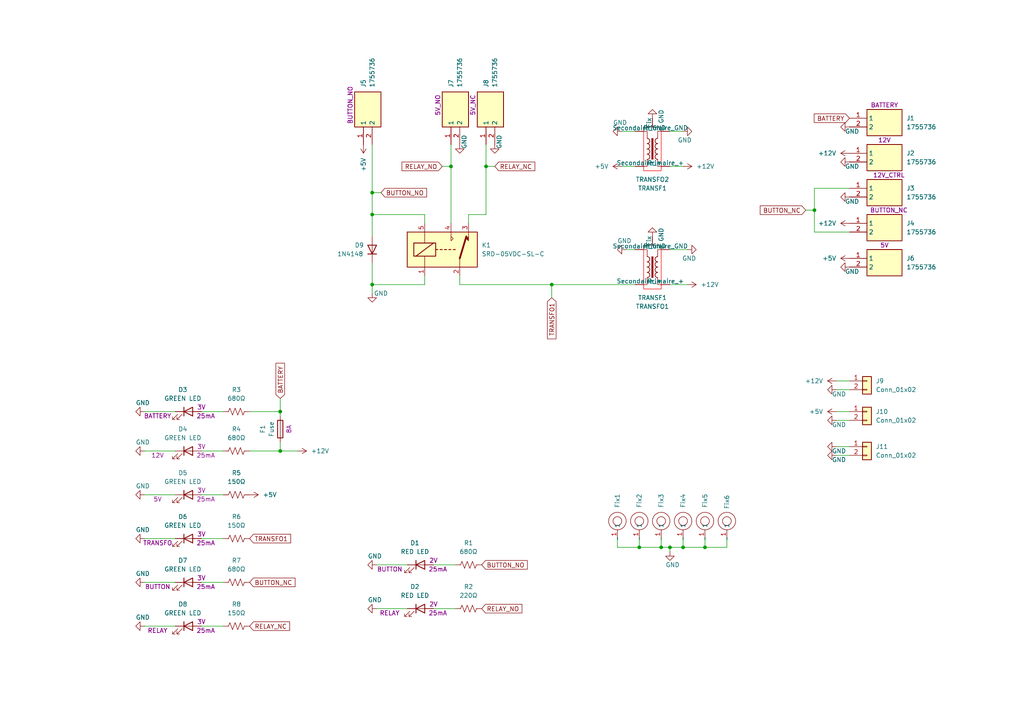
<source format=kicad_sch>
(kicad_sch (version 20230121) (generator eeschema)
  (paper "A4")
  (title_block (title "Carte de puissance") (date "2023-11-30") (rev "1.1") (company "Modelec"))
  (lib_symbols
    (symbol "Connector_Generic:Conn_01x02" (pin_names (offset 1.016) hide)
      (property "Reference" "J" (at 0 2.54 0))
      (property "Value" "Conn_01x02" (at 0 -5.08 0))
      (symbol "Conn_01x02_1_1"
        (rectangle (start -1.27 -2.413) (end 0 -2.667) (stroke (width 0.1524)))
        (rectangle (start -1.27 0.127) (end 0 -0.127) (stroke (width 0.1524)))
        (rectangle (start -1.27 1.27) (end 1.27 -3.81) (stroke (width 0.254)) (fill (type background)))
        (pin passive line (at -5.08 0 0) (length 3.81) (name "Pin_1") (number "1"))
        (pin passive line (at -5.08 -2.54 0) (length 3.81) (name "Pin_2") (number "2"))
      )
    )
    (symbol "Device:Fuse" (pin_numbers hide) (pin_names (offset 0))
      (property "Reference" "F" (at 2.032 0 90))
      (property "Value" "Fuse" (at -1.905 0 90))
      (symbol "Fuse_0_1"
        (rectangle (start -0.762 -2.54) (end 0.762 2.54) (stroke (width 0.254)))
        (polyline (pts (xy 0 2.54) (xy 0 -2.54)))
      )
      (symbol "Fuse_1_1"
        (pin passive line (at 0 3.81 270) (length 1.27) (name "~") (number "1"))
        (pin passive line (at 0 -3.81 90) (length 1.27) (name "~") (number "2"))
      )
    )
    (symbol "Device:LED" (pin_numbers hide) (pin_names (offset 1.016) hide)
      (property "Reference" "D" (at 0 2.54 0))
      (property "Value" "LED" (at 0 -2.54 0))
      (symbol "LED_0_1"
        (polyline (pts (xy -1.27 -1.27) (xy -1.27 1.27)) (stroke (width 0.254)))
        (polyline (pts (xy -1.27 0) (xy 1.27 0)))
        (polyline (pts (xy 1.27 -1.27) (xy 1.27 1.27) (xy -1.27 0) (xy 1.27 -1.27)) (stroke (width 0.254)))
        (polyline (pts (xy -3.048 -0.762) (xy -4.572 -2.286) (xy -3.81 -2.286) (xy -4.572 -2.286) (xy -4.572 -1.524)))
        (polyline (pts (xy -1.778 -0.762) (xy -3.302 -2.286) (xy -2.54 -2.286) (xy -3.302 -2.286) (xy -3.302 -1.524)))
      )
      (symbol "LED_1_1"
        (pin passive line (at -3.81 0 0) (length 2.54) (name "K") (number "1"))
        (pin passive line (at 3.81 0 180) (length 2.54) (name "A") (number "2"))
      )
    )
    (symbol "Device:R_US" (pin_numbers hide) (pin_names (offset 0))
      (property "Reference" "R" (at 2.54 0 90))
      (property "Value" "R_US" (at -2.54 0 90))
      (symbol "R_US_0_1"
        (polyline (pts (xy 0 -2.286) (xy 0 -2.54)))
        (polyline (pts (xy 0 2.286) (xy 0 2.54)))
        (polyline (pts (xy 0 -0.762) (xy 1.016 -1.143) (xy 0 -1.524) (xy -1.016 -1.905) (xy 0 -2.286)))
        (polyline (pts (xy 0 0.762) (xy 1.016 0.381) (xy 0 0) (xy -1.016 -0.381) (xy 0 -0.762)))
        (polyline (pts (xy 0 2.286) (xy 1.016 1.905) (xy 0 1.524) (xy -1.016 1.143) (xy 0 0.762)))
      )
      (symbol "R_US_1_1"
        (pin passive line (at 0 3.81 270) (length 1.27) (name "~") (number "1"))
        (pin passive line (at 0 -3.81 90) (length 1.27) (name "~") (number "2"))
      )
    )
    (symbol "Diode:1N4148" (pin_numbers hide) (pin_names hide)
      (property "Reference" "D" (at 0 2.54 0))
      (property "Value" "1N4148" (at 0 -2.54 0))
      (symbol "1N4148_0_1"
        (polyline (pts (xy -1.27 1.27) (xy -1.27 -1.27)) (stroke (width 0.254)))
        (polyline (pts (xy 1.27 0) (xy -1.27 0)))
        (polyline (pts (xy 1.27 1.27) (xy 1.27 -1.27) (xy -1.27 0) (xy 1.27 1.27)) (stroke (width 0.254)))
      )
      (symbol "1N4148_1_1"
        (pin passive line (at -3.81 0 0) (length 2.54) (name "K") (number "1"))
        (pin passive line (at 3.81 0 180) (length 2.54) (name "A") (number "2"))
      )
    )
    (symbol "New_Library:1755736"
      (property "Reference" "J" (at 16.51 7.62 0))
      (property "Value" "1755736" (at 16.51 5.08 0))
      (symbol "1755736_1_1"
        (rectangle (start 5.08 2.54) (end 15.24 -5.08) (stroke (width 0.254)) (fill (type background)))
        (pin passive line (at 0 0 0) (length 5.08) (name "1") (number "1"))
        (pin passive line (at 0 -2.54 0) (length 5.08) (name "2") (number "2"))
      )
    )
    (symbol "New_Library:FIX3.2P7.5"
      (property "Reference" "Fix" (at 0 -2.54 0))
      (symbol "FIX3.2P7.5_0_1"
        (circle (center 5.08 0) (radius 1.27))
        (circle (center 5.08 0) (radius 2.54))
      )
      (symbol "FIX3.2P7.5_1_1"
        (pin passive line (at 0 0 0) (length 2.54) (name "1") (number "1"))
      )
    )
    (symbol "New_Library:SRD-05VDC-SL-C"
      (property "Reference" "K" (at 11.43 3.81 0))
      (property "Value" "SRD-05VDC-SL-C" (at 11.43 1.27 0))
      (symbol "SRD-05VDC-SL-C_0_1"
        (rectangle (start -8.255 1.905) (end -1.905 -1.905) (stroke (width 0.254)))
        (polyline (pts (xy -7.62 -1.905) (xy -2.54 1.905)) (stroke (width 0.254)))
        (polyline (pts (xy -5.08 -5.08) (xy -5.08 -1.905)))
        (polyline (pts (xy -5.08 5.08) (xy -5.08 1.905)))
        (polyline (pts (xy -1.905 0) (xy -1.27 0)) (stroke (width 0.254)))
        (polyline (pts (xy -0.635 0) (xy 0 0)) (stroke (width 0.254)))
        (polyline (pts (xy 0.635 0) (xy 1.27 0)) (stroke (width 0.254)))
        (polyline (pts (xy 1.905 0) (xy 2.54 0)) (stroke (width 0.254)))
        (polyline (pts (xy 3.175 0) (xy 3.81 0)) (stroke (width 0.254)))
        (polyline (pts (xy 5.08 -2.54) (xy 5.08 -5.08)))
        (polyline (pts (xy 5.08 -2.54) (xy 6.985 3.81)) (stroke (width 0.508)))
      )
      (symbol "SRD-05VDC-SL-C_1_0"
        (polyline (pts (xy 7.62 5.08) (xy 7.62 2.54) (xy 6.985 3.175) (xy 7.62 3.81)) (fill (type outline)))
      )
      (symbol "SRD-05VDC-SL-C_1_1"
        (rectangle (start -10.16 5.08) (end 10.16 -5.08) (stroke (width 0.254)) (fill (type background)))
        (polyline (pts (xy 2.54 5.08) (xy 2.54 2.54) (xy 3.175 3.175) (xy 2.54 3.81)) (fill (type background)))
        (pin passive line (at -5.08 -7.62 90) (length 2.54) (name "~") (number "1"))
        (pin passive line (at 5.08 -7.62 90) (length 2.54) (name "~") (number "2"))
        (pin passive line (at 7.62 7.62 270) (length 2.54) (name "~") (number "3"))
        (pin passive line (at 2.54 7.62 270) (length 2.54) (name "~") (number "4"))
        (pin passive line (at -5.08 7.62 270) (length 2.54) (name "~") (number "5"))
      )
    )
    (symbol "New_Library:TRANSF1" (pin_numbers hide) (pin_names (offset 0))
      (property "Reference" "TRANSFO2" (at 0 11.43 0))
      (property "Value" "TRANSF1" (at 0 8.89 0))
      (symbol "TRANSF1_0_1"
        (arc (start -1.524 -3.048) (mid -0.7653 -2.286) (end -1.524 -1.524) (stroke (width 0.2032)))
        (arc (start -1.524 -1.524) (mid -0.7653 -0.762) (end -1.524 0) (stroke (width 0.2032)))
        (arc (start -1.524 0) (mid -0.7653 0.762) (end -1.524 1.524) (stroke (width 0.2032)))
        (arc (start -1.524 1.524) (mid -0.7653 2.286) (end -1.524 3.048) (stroke (width 0.2032)))
        (rectangle (start -0.254 3.048) (end 0.254 -3.048) (stroke (width 0.0254)) (fill (type outline)))
        (polyline (pts (xy -2.54 5.08) (xy -1.524 5.08) (xy -1.524 3.048) (xy -1.524 3.048)) (stroke (width 0.1524)))
        (polyline (pts (xy -1.524 -3.048) (xy -1.524 -5.08) (xy -2.54 -5.08) (xy -2.54 -5.08)) (stroke (width 0.1524)))
        (polyline (pts (xy 1.524 3.048) (xy 1.524 5.08) (xy 2.54 5.08) (xy 2.54 5.08)) (stroke (width 0.1524)))
        (polyline (pts (xy 2.54 -5.08) (xy 1.524 -5.08) (xy 1.524 -3.048) (xy 1.524 -3.048)) (stroke (width 0.1524)))
        (arc (start 1.524 -1.524) (mid 0.7653 -2.286) (end 1.524 -3.048) (stroke (width 0.2032)))
        (arc (start 1.524 0) (mid 0.7653 -0.762) (end 1.524 -1.524) (stroke (width 0.2032)))
        (arc (start 1.524 1.524) (mid 0.7653 0.762) (end 1.524 0) (stroke (width 0.2032)))
        (arc (start 1.524 3.048) (mid 0.7653 2.286) (end 1.524 1.524) (stroke (width 0.2032)))
      )
      (symbol "TRANSF1_1_1"
        (rectangle (start -2.54 6.35) (end 2.54 -6.35) (stroke (width 0) (color 245 0 0 1)))
        (pin passive line (at -5.08 5.08 0) (length 2.54) (name "Primaire_+") (number "1"))
        (pin passive line (at -5.08 -5.08 0) (length 2.54) (name "Primaire_GND") (number "2"))
        (pin passive line (at 5.08 -5.08 180) (length 2.54) (name "Secondaire_GND") (number "3"))
        (pin passive line (at 5.08 5.08 180) (length 2.54) (name "Secondaire_+") (number "4"))
        (pin passive line (at 0 -8.89 90) (length 2.54) (name "Fix") (number "5"))
      )
    )
    (symbol "TRANSF1_1" (pin_numbers hide) (pin_names (offset 0))
      (property "Reference" "TRANSFO1" (at 0 11.43 0))
      (property "Value" "TRANSF1" (at 0 8.89 0))
      (symbol "TRANSF1_1_0_1"
        (arc (start -1.524 -3.048) (mid -0.7653 -2.286) (end -1.524 -1.524) (stroke (width 0.2032)))
        (arc (start -1.524 -1.524) (mid -0.7653 -0.762) (end -1.524 0) (stroke (width 0.2032)))
        (arc (start -1.524 0) (mid -0.7653 0.762) (end -1.524 1.524) (stroke (width 0.2032)))
        (arc (start -1.524 1.524) (mid -0.7653 2.286) (end -1.524 3.048) (stroke (width 0.2032)))
        (rectangle (start -0.254 3.048) (end 0.254 -3.048) (stroke (width 0.0254)) (fill (type outline)))
        (polyline (pts (xy -2.54 5.08) (xy -1.524 5.08) (xy -1.524 3.048) (xy -1.524 3.048)) (stroke (width 0.1524)))
        (polyline (pts (xy -1.524 -3.048) (xy -1.524 -5.08) (xy -2.54 -5.08) (xy -2.54 -5.08)) (stroke (width 0.1524)))
        (polyline (pts (xy 1.524 3.048) (xy 1.524 5.08) (xy 2.54 5.08) (xy 2.54 5.08)) (stroke (width 0.1524)))
        (polyline (pts (xy 2.54 -5.08) (xy 1.524 -5.08) (xy 1.524 -3.048) (xy 1.524 -3.048)) (stroke (width 0.1524)))
        (arc (start 1.524 -1.524) (mid 0.7653 -2.286) (end 1.524 -3.048) (stroke (width 0.2032)))
        (arc (start 1.524 0) (mid 0.7653 -0.762) (end 1.524 -1.524) (stroke (width 0.2032)))
        (arc (start 1.524 1.524) (mid 0.7653 0.762) (end 1.524 0) (stroke (width 0.2032)))
        (arc (start 1.524 3.048) (mid 0.7653 2.286) (end 1.524 1.524) (stroke (width 0.2032)))
      )
      (symbol "TRANSF1_1_1_1"
        (rectangle (start -2.54 6.35) (end 2.54 -6.35) (stroke (width 0) (color 245 0 0 1)))
        (pin passive line (at -5.08 5.08 0) (length 2.54) (name "Primaire_+") (number "1"))
        (pin passive line (at -5.08 -5.08 0) (length 2.54) (name "Primaire_GND") (number "2"))
        (pin passive line (at 5.08 -5.08 180) (length 2.54) (name "Secondaire_GND") (number "3"))
        (pin passive line (at 5.08 5.08 180) (length 2.54) (name "Secondaire_+") (number "4"))
        (pin passive line (at 0 -8.89 90) (length 2.54) (name "Fix") (number "5"))
      )
    )
    (symbol "power:+12V" (power) (pin_names (offset 0))
      (property "Value" "+12V" (at 0 3.556 0))
      (symbol "+12V_0_1"
        (polyline (pts (xy -0.762 1.27) (xy 0 2.54)))
        (polyline (pts (xy 0 0) (xy 0 2.54)))
        (polyline (pts (xy 0 2.54) (xy 0.762 1.27)))
      )
      (symbol "+12V_1_1"
        (pin power_in line (at 0 0 90) (length 0) hide (name "+12V") (number "1"))
      )
    )
    (symbol "power:+5V" (power) (pin_names (offset 0))
      (property "Value" "+5V" (at 0 3.556 0))
      (symbol "+5V_0_1"
        (polyline (pts (xy -0.762 1.27) (xy 0 2.54)))
        (polyline (pts (xy 0 0) (xy 0 2.54)))
        (polyline (pts (xy 0 2.54) (xy 0.762 1.27)))
      )
      (symbol "+5V_1_1"
        (pin power_in line (at 0 0 90) (length 0) hide (name "+5V") (number "1"))
      )
    )
    (symbol "power:GND" (power) (pin_names (offset 0))
      (property "Value" "GND" (at 0 -3.81 0))
      (symbol "GND_0_1"
        (polyline (pts (xy 0 0) (xy 0 -1.27) (xy 1.27 -1.27) (xy 0 -2.54) (xy -1.27 -1.27) (xy 0 -1.27)))
      )
      (symbol "GND_1_1"
        (pin power_in line (at 0 0 270) (length 0) hide (name "GND") (number "1"))
      )
    )
  )
  (junction (at 81.28 130.81))
  (junction (at 236.22 60.96))
  (junction (at 140.97 48.26))
  (junction (at 107.95 82.55))
  (junction (at 191.77 158.75))
  (junction (at 194.31 158.75))
  (junction (at 198.12 158.75))
  (junction (at 81.28 119.38))
  (junction (at 185.42 158.75))
  (junction (at 160.02 82.55))
  (junction (at 204.47 158.75))
  (junction (at 107.95 55.88))
  (junction (at 130.81 48.26))
  (junction (at 107.95 62.23))
  (wire (pts (xy 160.02 82.55) (xy 160.02 86.36)))
  (wire (pts (xy 140.97 48.26) (xy 143.51 48.26)))
  (wire (pts (xy 109.22 163.83) (xy 118.11 163.83)))
  (wire (pts (xy 81.28 119.38) (xy 81.28 120.65)))
  (wire (pts (xy 160.02 82.55) (xy 133.35 82.55)))
  (wire (pts (xy 107.95 76.2) (xy 107.95 82.55)))
  (wire (pts (xy 125.73 176.53) (xy 132.08 176.53)))
  (wire (pts (xy 58.42 119.38) (xy 64.77 119.38)))
  (wire (pts (xy 125.73 163.83) (xy 132.08 163.83)))
  (wire (pts (xy 72.39 119.38) (xy 81.28 119.38)))
  (wire (pts (xy 204.47 156.21) (xy 204.47 158.75)))
  (wire (pts (xy 246.38 67.31) (xy 236.22 67.31)))
  (wire (pts (xy 135.89 62.23) (xy 140.97 62.23)))
  (wire (pts (xy 41.91 181.61) (xy 50.8 181.61)))
  (wire (pts (xy 58.42 143.51) (xy 64.77 143.51)))
  (wire (pts (xy 242.57 110.49) (xy 246.38 110.49)))
  (wire (pts (xy 81.28 128.27) (xy 81.28 130.81)))
  (wire (pts (xy 242.57 113.03) (xy 246.38 113.03)))
  (wire (pts (xy 81.28 130.81) (xy 86.36 130.81)))
  (wire (pts (xy 109.22 176.53) (xy 118.11 176.53)))
  (wire (pts (xy 41.91 130.81) (xy 50.8 130.81)))
  (wire (pts (xy 180.34 38.1) (xy 184.15 38.1)))
  (wire (pts (xy 204.47 158.75) (xy 198.12 158.75)))
  (wire (pts (xy 180.34 48.26) (xy 184.15 48.26)))
  (wire (pts (xy 236.22 67.31) (xy 236.22 60.96)))
  (wire (pts (xy 41.91 119.38) (xy 50.8 119.38)))
  (wire (pts (xy 41.91 168.91) (xy 50.8 168.91)))
  (wire (pts (xy 107.95 62.23) (xy 123.19 62.23)))
  (wire (pts (xy 72.39 130.81) (xy 81.28 130.81)))
  (wire (pts (xy 194.31 82.55) (xy 199.39 82.55)))
  (wire (pts (xy 123.19 80.01) (xy 123.19 82.55)))
  (wire (pts (xy 58.42 130.81) (xy 64.77 130.81)))
  (wire (pts (xy 179.07 158.75) (xy 185.42 158.75)))
  (wire (pts (xy 130.81 41.91) (xy 130.81 48.26)))
  (wire (pts (xy 191.77 158.75) (xy 194.31 158.75)))
  (wire (pts (xy 58.42 156.21) (xy 64.77 156.21)))
  (wire (pts (xy 242.57 129.54) (xy 246.38 129.54)))
  (wire (pts (xy 191.77 156.21) (xy 191.77 158.75)))
  (wire (pts (xy 198.12 156.21) (xy 198.12 158.75)))
  (wire (pts (xy 242.57 121.92) (xy 246.38 121.92)))
  (wire (pts (xy 210.82 156.21) (xy 210.82 158.75)))
  (wire (pts (xy 140.97 41.91) (xy 140.97 48.26)))
  (wire (pts (xy 140.97 48.26) (xy 140.97 62.23)))
  (wire (pts (xy 128.27 48.26) (xy 130.81 48.26)))
  (wire (pts (xy 198.12 158.75) (xy 194.31 158.75)))
  (wire (pts (xy 185.42 158.75) (xy 191.77 158.75)))
  (wire (pts (xy 233.68 60.96) (xy 236.22 60.96)))
  (wire (pts (xy 194.31 158.75) (xy 194.31 160.02)))
  (wire (pts (xy 185.42 156.21) (xy 185.42 158.75)))
  (wire (pts (xy 181.61 72.39) (xy 184.15 72.39)))
  (wire (pts (xy 194.31 72.39) (xy 199.39 72.39)))
  (wire (pts (xy 242.57 132.08) (xy 246.38 132.08)))
  (wire (pts (xy 242.57 119.38) (xy 246.38 119.38)))
  (wire (pts (xy 135.89 62.23) (xy 135.89 64.77)))
  (wire (pts (xy 123.19 62.23) (xy 123.19 64.77)))
  (wire (pts (xy 81.28 115.57) (xy 81.28 119.38)))
  (wire (pts (xy 133.35 82.55) (xy 133.35 80.01)))
  (wire (pts (xy 210.82 158.75) (xy 204.47 158.75)))
  (wire (pts (xy 107.95 55.88) (xy 107.95 62.23)))
  (wire (pts (xy 236.22 60.96) (xy 236.22 54.61)))
  (wire (pts (xy 130.81 48.26) (xy 130.81 64.77)))
  (wire (pts (xy 58.42 181.61) (xy 64.77 181.61)))
  (wire (pts (xy 107.95 85.09) (xy 107.95 82.55)))
  (wire (pts (xy 41.91 156.21) (xy 50.8 156.21)))
  (wire (pts (xy 194.31 38.1) (xy 198.12 38.1)))
  (wire (pts (xy 160.02 82.55) (xy 184.15 82.55)))
  (wire (pts (xy 41.91 143.51) (xy 50.8 143.51)))
  (wire (pts (xy 110.49 55.88) (xy 107.95 55.88)))
  (wire (pts (xy 107.95 82.55) (xy 123.19 82.55)))
  (wire (pts (xy 236.22 54.61) (xy 246.38 54.61)))
  (wire (pts (xy 107.95 41.91) (xy 107.95 55.88)))
  (wire (pts (xy 194.31 48.26) (xy 198.12 48.26)))
  (wire (pts (xy 179.07 156.21) (xy 179.07 158.75)))
  (wire (pts (xy 58.42 168.91) (xy 64.77 168.91)))
  (wire (pts (xy 107.95 62.23) (xy 107.95 68.58)))
  (global_label "RELAY_NC" (shape input) (at 143.51 48.26 0) (property "Intersheetrefs" "${INTERSHEET_REFS}" (effects hide)))
  (global_label "BATTERY" (shape input) (at 81.28 115.57 90) (property "Intersheetrefs" "${INTERSHEET_REFS}" (effects hide)))
  (global_label "BUTTON_NO" (shape input) (at 139.7 163.83 0) (property "Intersheetrefs" "${INTERSHEET_REFS}" (effects hide)))
  (global_label "RELAY_NO" (shape input) (at 139.7 176.53 0) (property "Intersheetrefs" "${INTERSHEET_REFS}" (effects hide)))
  (global_label "BUTTON_NC" (shape input) (at 233.68 60.96 180) (property "Intersheetrefs" "${INTERSHEET_REFS}" (effects hide)))
  (global_label "RELAY_NO" (shape input) (at 128.27 48.26 180) (property "Intersheetrefs" "${INTERSHEET_REFS}" (effects hide)))
  (global_label "BUTTON_NC" (shape input) (at 72.39 168.91 0) (property "Intersheetrefs" "${INTERSHEET_REFS}" (effects hide)))
  (global_label "TRANSFO1" (shape input) (at 160.02 86.36 270) (property "Intersheetrefs" "${INTERSHEET_REFS}" (effects hide)))
  (global_label "BATTERY" (shape input) (at 246.38 34.29 180) (property "Intersheetrefs" "${INTERSHEET_REFS}" (effects hide)))
  (global_label "TRANSFO1" (shape input) (at 72.39 156.21 0) (property "Intersheetrefs" "${INTERSHEET_REFS}" (effects hide)))
  (global_label "RELAY_NC" (shape input) (at 72.39 181.61 0) (property "Intersheetrefs" "${INTERSHEET_REFS}" (effects hide)))
  (global_label "BUTTON_NO" (shape input) (at 110.49 55.88 0) (property "Intersheetrefs" "${INTERSHEET_REFS}" (effects hide)))
  (symbol (lib_id "power:+12V") (at 246.38 44.45 90) (unit 1)
    (property "Reference" "#PWR021" (effects hide))
    (property "Value" "+12V" (at 242.57 44.45 90) (effects (justify left)))
  )
  (symbol (lib_id "Device:Fuse") (at 81.28 124.46 180) (unit 1)
    (property "Reference" "F1" (at 76.2 124.46 90))
    (property "Value" "Fuse" (at 78.74 124.46 90))
    (property "Footprint" "Library:porte fusible E44" (effects hide))
    (property "In" "8A" (at 83.82 124.46 90))
  )
  (symbol (lib_id "power:GND") (at 41.91 168.91 270) (unit 1)
    (property "Reference" "#PWR07" (effects hide))
    (property "Value" "GND" (at 39.37 166.37 90) (effects (justify left)))
  )
  (symbol (lib_id "Device:LED") (at 54.61 119.38 0) (unit 1)
    (property "Reference" "D3" (at 53.0225 113.03 0))
    (property "Value" "GREEN LED" (at 53.0225 115.57 0))
    (property "Footprint" "LED_SMD:LED_1206_3216Metric" (effects hide))
    (property "Datasheet" "https://www.lcsc.com/product-detail/Light-Emitting-Diodes-LED_MEIHUA-MHT150UGCT_C397048.html" (effects hide))
    (property "Vf" "3V" (at 58.42 118.11 0))
    (property "If" "25mA" (at 59.69 120.65 0))
    (property "Name" "BATTERY" (at 45.72 120.65 0))
  )
  (symbol (lib_id "Device:LED") (at 121.92 176.53 0) (unit 1)
    (property "Reference" "D2" (at 120.3325 170.18 0))
    (property "Value" "RED LED" (at 120.3325 172.72 0))
    (property "Footprint" "LED_SMD:LED_1206_3216Metric" (effects hide))
    (property "Datasheet" "https://www.lcsc.com/product-detail/Light-Emitting-Diodes-LED_MEIHUA-MHT150CRCT_C389526.html" (effects hide))
    (property "If" "25mA" (at 127 177.8 0))
    (property "Vf" "2V" (at 125.73 175.26 0))
    (property "Name" "RELAY" (at 113.03 177.8 0))
  )
  (symbol (lib_id "power:GND") (at 246.38 36.83 270) (unit 1)
    (property "Reference" "#PWR017" (effects hide))
    (property "Value" "GND" (at 245.11 38.1 90) (effects (justify left)))
  )
  (symbol (lib_id "power:GND") (at 189.23 34.29 180) (unit 1)
    (property "Reference" "#PWR037" (effects hide))
    (property "Value" "GND" (at 191.77 31.75 90) (effects (justify left)))
  )
  (symbol (lib_id "Connector_Generic:Conn_01x02") (at 251.46 110.49 0) (unit 1)
    (property "Reference" "J9" (at 254 110.49 0) (effects (justify left)))
    (property "Value" "Conn_01x02" (at 254 113.03 0) (effects (justify left)))
    (property "Footprint" "Connector_PinHeader_2.54mm:PinHeader_1x02_P2.54mm_Vertical" (effects hide))
  )
  (symbol (lib_id "Connector_Generic:Conn_01x02") (at 251.46 129.54 0) (unit 1)
    (property "Reference" "J11" (at 254 129.54 0) (effects (justify left)))
    (property "Value" "Conn_01x02" (at 254 132.08 0) (effects (justify left)))
    (property "Footprint" "Connector_PinHeader_2.54mm:PinHeader_1x02_P2.54mm_Vertical" (effects hide))
  )
  (symbol (lib_id "New_Library:1755736") (at 246.38 44.45 0) (unit 1)
    (property "Reference" "J2" (at 262.89 44.45 0) (effects (justify left)))
    (property "Value" "1755736" (at 262.89 46.99 0) (effects (justify left)))
    (property "Footprint" "Library:1755736" (effects hide))
    (property "Datasheet" "http://www.phoenixcontact.com/de/produkte/1755736/pdf" (effects hide))
    (property "Height" "12.15" (effects hide))
    (property "Manufacturer_Name" "Phoenix Contact" (effects hide))
    (property "Manufacturer_Part_Number" "1755736" (effects hide))
    (property "Mouser Part Number" "651-1755736" (effects hide))
    (property "Mouser Price/Stock" "https://www.mouser.co.uk/ProductDetail/Phoenix-Contact/1755736?qs=wd%252Bw3mUqFrlo9zPE3AUt1w%3D%3D" (effects hide))
    (property "Arrow Part Number" "1755736" (effects hide))
    (property "Arrow Price/Stock" "https://www.arrow.com/en/products/1755736/phoenix-contact?region=nac" (effects hide))
    (property "Name" "12V" (at 256.54 40.64 0))
  )
  (symbol (lib_id "power:+12V") (at 242.57 110.49 90) (unit 1)
    (property "Reference" "#PWR035" (effects hide))
    (property "Value" "+12V" (at 238.76 110.49 90) (effects (justify left)))
  )
  (symbol (lib_id "New_Library:1755736") (at 105.41 41.91 90) (unit 1)
    (property "Reference" "J5" (at 105.41 25.4 0) (effects (justify left)))
    (property "Value" "1755736" (at 107.95 25.4 0) (effects (justify left)))
    (property "Footprint" "Library:1755736" (effects hide))
    (property "Datasheet" "http://www.phoenixcontact.com/de/produkte/1755736/pdf" (effects hide))
    (property "Height" "12.15" (effects hide))
    (property "Manufacturer_Name" "Phoenix Contact" (effects hide))
    (property "Manufacturer_Part_Number" "1755736" (effects hide))
    (property "Mouser Part Number" "651-1755736" (effects hide))
    (property "Mouser Price/Stock" "https://www.mouser.co.uk/ProductDetail/Phoenix-Contact/1755736?qs=wd%252Bw3mUqFrlo9zPE3AUt1w%3D%3D" (effects hide))
    (property "Arrow Part Number" "1755736" (effects hide))
    (property "Arrow Price/Stock" "https://www.arrow.com/en/products/1755736/phoenix-contact?region=nac" (effects hide))
    (property "Name" "BUTTON_NO" (at 101.6 30.48 0))
  )
  (symbol (lib_id "power:+5V") (at 105.41 41.91 180) (unit 1)
    (property "Reference" "#PWR026" (effects hide))
    (property "Value" "+5V" (at 105.41 45.72 90) (effects (justify left)))
  )
  (symbol (lib_id "New_Library:FIX3.2P7.5") (at 204.47 156.21 90) (unit 1)
    (property "Reference" "Fix5" (at 204.47 147.32 0) (effects (justify left)))
    (property "Value" "~" (at 204.47 156.21 0))
    (property "Footprint" "Library:FIX3.2P7.5" (effects hide))
  )
  (symbol (lib_id "power:GND") (at 180.34 38.1 270) (unit 1)
    (property "Reference" "#PWR015" (effects hide))
    (property "Value" "GND" (at 177.8 35.56 90) (effects (justify left)))
  )
  (symbol (lib_id "Device:R_US") (at 68.58 181.61 90) (unit 1)
    (property "Reference" "R8" (at 68.58 175.26 90))
    (property "Value" "150Ω" (at 68.58 177.8 90))
    (property "Footprint" "Resistor_SMD:R_0805_2012Metric" (effects hide))
    (property "Datasheet" "https://www.e44.com/composants/composants-passifs/resistances/resistances-cms/resistance-cms-0805-150-ohms-0.125w-150v-5-CMS805-150R.html" (effects hide))
  )
  (symbol (lib_id "power:GND") (at 181.61 72.39 270) (unit 1)
    (property "Reference" "#PWR014" (effects hide))
    (property "Value" "GND" (at 179.07 69.85 90) (effects (justify left)))
  )
  (symbol (lib_id "power:GND") (at 109.22 176.53 270) (unit 1)
    (property "Reference" "#PWR02" (effects hide))
    (property "Value" "GND" (at 106.68 173.99 90) (effects (justify left)))
  )
  (symbol (lib_id "power:GND") (at 198.12 38.1 90) (unit 1)
    (property "Reference" "#PWR012" (effects hide))
    (property "Value" "GND" (at 200.66 40.64 90) (effects (justify left)))
  )
  (symbol (lib_id "Diode:1N4148") (at 107.95 72.39 90) (unit 1)
    (property "Reference" "D9" (at 102.87 71.12 90) (effects (justify right)))
    (property "Value" "1N4148" (at 97.79 73.66 90) (effects (justify right)))
    (property "Footprint" "Diode_THT:D_DO-35_SOD27_P7.62mm_Horizontal" (effects hide))
    (property "Datasheet" "https://assets.nexperia.com/documents/data-sheet/1N4148_1N4448.pdf" (effects hide))
    (property "Sim.Device" "D" (effects hide))
    (property "Sim.Pins" "1=K 2=A" (effects hide))
  )
  (symbol (lib_id "New_Library:FIX3.2P7.5") (at 179.07 156.21 90) (unit 1)
    (property "Reference" "Fix1" (at 179.07 147.32 0) (effects (justify left)))
    (property "Value" "~" (at 179.07 156.21 0))
    (property "Footprint" "Library:FIX3.2P7.5" (effects hide))
  )
  (symbol (lib_id "New_Library:1755736") (at 246.38 34.29 0) (unit 1)
    (property "Reference" "J1" (at 262.89 34.29 0) (effects (justify left)))
    (property "Value" "1755736" (at 262.89 36.83 0) (effects (justify left)))
    (property "Footprint" "Library:1755736" (effects hide))
    (property "Datasheet" "http://www.phoenixcontact.com/de/produkte/1755736/pdf" (effects hide))
    (property "Height" "12.15" (effects hide))
    (property "Manufacturer_Name" "Phoenix Contact" (effects hide))
    (property "Manufacturer_Part_Number" "1755736" (effects hide))
    (property "Mouser Part Number" "651-1755736" (effects hide))
    (property "Mouser Price/Stock" "https://www.mouser.co.uk/ProductDetail/Phoenix-Contact/1755736?qs=wd%252Bw3mUqFrlo9zPE3AUt1w%3D%3D" (effects hide))
    (property "Arrow Part Number" "1755736" (effects hide))
    (property "Arrow Price/Stock" "https://www.arrow.com/en/products/1755736/phoenix-contact?region=nac" (effects hide))
    (property "Name" "BATTERY" (at 256.54 30.48 0))
  )
  (symbol (lib_id "Device:R_US") (at 135.89 163.83 90) (unit 1)
    (property "Reference" "R1" (at 135.89 157.48 90))
    (property "Value" "680Ω" (at 135.89 160.02 90))
    (property "Footprint" "Resistor_SMD:R_0805_2012Metric" (effects hide))
    (property "Datasheet" "https://www.e44.com/composants/composants-passifs/resistances/resistances-cms/resistance-cms-0805-680-ohms-0.125w-150v-5-CMS805-680R.html" (effects hide))
  )
  (symbol (lib_id "power:GND") (at 41.91 181.61 270) (unit 1)
    (property "Reference" "#PWR08" (effects hide))
    (property "Value" "GND" (at 39.37 179.07 90) (effects (justify left)))
  )
  (symbol (lib_name "TRANSF1_1") (lib_id "New_Library:TRANSF1") (at 189.23 77.47 180) (unit 1)
    (property "Reference" "TRANSFO1" (at 189.23 88.9 0))
    (property "Value" "TRANSF1" (at 189.23 86.36 0))
    (property "Footprint" "Library:transfo" (effects hide))
  )
  (symbol (lib_id "power:+5V") (at 242.57 119.38 90) (unit 1)
    (property "Reference" "#PWR033" (effects hide))
    (property "Value" "+5V" (at 238.76 119.38 90) (effects (justify left)))
  )
  (symbol (lib_id "Device:R_US") (at 68.58 168.91 90) (unit 1)
    (property "Reference" "R7" (at 68.58 162.56 90))
    (property "Value" "680Ω" (at 68.58 165.1 90))
    (property "Footprint" "Resistor_SMD:R_0805_2012Metric" (effects hide))
    (property "Datasheet" "https://www.e44.com/composants/composants-passifs/resistances/resistances-cms/resistance-cms-0805-680-ohms-0.125w-150v-5-CMS805-680R.html" (effects hide))
  )
  (symbol (lib_id "New_Library:FIX3.2P7.5") (at 185.42 156.21 90) (unit 1)
    (property "Reference" "Fix2" (at 185.42 147.32 0) (effects (justify left)))
    (property "Value" "~" (at 185.42 156.21 0))
    (property "Footprint" "Library:FIX3.2P7.5" (effects hide))
  )
  (symbol (lib_id "Device:LED") (at 54.61 168.91 0) (unit 1)
    (property "Reference" "D7" (at 53.0225 162.56 0))
    (property "Value" "GREEN LED" (at 53.0225 165.1 0))
    (property "Footprint" "LED_SMD:LED_1206_3216Metric" (effects hide))
    (property "Datasheet" "https://www.lcsc.com/product-detail/Light-Emitting-Diodes-LED_MEIHUA-MHT150UGCT_C397048.html" (effects hide))
    (property "Vf" "3V" (at 58.42 167.64 0))
    (property "If" "25mA" (at 59.69 170.18 0))
    (property "Name" "BUTTON" (at 45.72 170.18 0))
  )
  (symbol (lib_id "Device:LED") (at 54.61 181.61 0) (unit 1)
    (property "Reference" "D8" (at 53.0225 175.26 0))
    (property "Value" "GREEN LED" (at 53.0225 177.8 0))
    (property "Footprint" "LED_SMD:LED_1206_3216Metric" (effects hide))
    (property "Datasheet" "https://www.lcsc.com/product-detail/Light-Emitting-Diodes-LED_MEIHUA-MHT150UGCT_C397048.html" (effects hide))
    (property "Vf" "3V" (at 58.42 180.34 0))
    (property "If" "25mA" (at 59.69 182.88 0))
    (property "Name" "RELAY" (at 45.72 182.88 0))
  )
  (symbol (lib_id "Device:LED") (at 54.61 156.21 0) (unit 1)
    (property "Reference" "D6" (at 53.0225 149.86 0))
    (property "Value" "GREEN LED" (at 53.0225 152.4 0))
    (property "Footprint" "LED_SMD:LED_1206_3216Metric" (effects hide))
    (property "Datasheet" "https://www.lcsc.com/product-detail/Light-Emitting-Diodes-LED_MEIHUA-MHT150UGCT_C397048.html" (effects hide))
    (property "Vf" "3V" (at 58.42 154.94 0))
    (property "If" "25mA" (at 59.69 157.48 0))
    (property "Name" "TRANSFO" (at 45.72 157.48 0))
  )
  (symbol (lib_id "New_Library:1755736") (at 246.38 54.61 0) (unit 1)
    (property "Reference" "J3" (at 262.89 54.61 0) (effects (justify left)))
    (property "Value" "1755736" (at 262.89 57.15 0) (effects (justify left)))
    (property "Footprint" "Library:1755736" (effects hide))
    (property "Datasheet" "http://www.phoenixcontact.com/de/produkte/1755736/pdf" (effects hide))
    (property "Height" "12.15" (effects hide))
    (property "Manufacturer_Name" "Phoenix Contact" (effects hide))
    (property "Manufacturer_Part_Number" "1755736" (effects hide))
    (property "Mouser Part Number" "651-1755736" (effects hide))
    (property "Mouser Price/Stock" "https://www.mouser.co.uk/ProductDetail/Phoenix-Contact/1755736?qs=wd%252Bw3mUqFrlo9zPE3AUt1w%3D%3D" (effects hide))
    (property "Arrow Part Number" "1755736" (effects hide))
    (property "Arrow Price/Stock" "https://www.arrow.com/en/products/1755736/phoenix-contact?region=nac" (effects hide))
    (property "Name" "12V_CTRL" (at 257.81 50.8 0))
  )
  (symbol (lib_id "power:GND") (at 189.23 68.58 180) (unit 1)
    (property "Reference" "#PWR038" (effects hide))
    (property "Value" "GND" (at 191.77 66.04 90) (effects (justify left)))
  )
  (symbol (lib_id "power:GND") (at 107.95 85.09 0) (unit 1)
    (property "Reference" "#PWR011" (effects hide))
    (property "Value" "GND" (at 110.49 85.09 0))
  )
  (symbol (lib_id "power:GND") (at 242.57 132.08 270) (unit 1)
    (property "Reference" "#PWR030" (effects hide))
    (property "Value" "GND" (at 241.3 133.35 90) (effects (justify left)))
  )
  (symbol (lib_id "power:GND") (at 194.31 160.02 0) (unit 1)
    (property "Reference" "#PWR036" (effects hide))
    (property "Value" "GND" (at 193.04 163.83 0) (effects (justify left)))
  )
  (symbol (lib_id "Device:R_US") (at 68.58 119.38 90) (unit 1)
    (property "Reference" "R3" (at 68.58 113.03 90))
    (property "Value" "680Ω" (at 68.58 115.57 90))
    (property "Footprint" "Resistor_SMD:R_0805_2012Metric" (effects hide))
    (property "Datasheet" "https://www.e44.com/composants/composants-passifs/resistances/resistances-cms/resistance-cms-0805-680-ohms-0.125w-150v-5-CMS805-680R.html" (effects hide))
  )
  (symbol (lib_id "Connector_Generic:Conn_01x02") (at 251.46 119.38 0) (unit 1)
    (property "Reference" "J10" (at 254 119.38 0) (effects (justify left)))
    (property "Value" "Conn_01x02" (at 254 121.92 0) (effects (justify left)))
    (property "Footprint" "Connector_PinHeader_2.54mm:PinHeader_1x02_P2.54mm_Vertical" (effects hide))
  )
  (symbol (lib_id "Device:LED") (at 54.61 130.81 0) (unit 1)
    (property "Reference" "D4" (at 53.0225 124.46 0))
    (property "Value" "GREEN LED" (at 53.0225 127 0))
    (property "Footprint" "LED_SMD:LED_1206_3216Metric" (effects hide))
    (property "Datasheet" "https://www.lcsc.com/product-detail/Light-Emitting-Diodes-LED_MEIHUA-MHT150UGCT_C397048.html" (effects hide))
    (property "Vf" "3V" (at 58.42 129.54 0))
    (property "If" "25mA" (at 59.69 132.08 0))
    (property "Name" "12V" (at 45.72 132.08 0))
  )
  (symbol (lib_id "New_Library:FIX3.2P7.5") (at 198.12 156.21 90) (unit 1)
    (property "Reference" "Fix4" (at 198.12 147.32 0) (effects (justify left)))
    (property "Value" "~" (at 198.12 156.21 0))
    (property "Footprint" "Library:FIX3.2P7.5" (effects hide))
  )
  (symbol (lib_id "power:+12V") (at 86.36 130.81 270) (unit 1)
    (property "Reference" "#PWR010" (effects hide))
    (property "Value" "+12V" (at 90.17 130.81 90) (effects (justify left)))
  )
  (symbol (lib_id "Device:R_US") (at 135.89 176.53 90) (unit 1)
    (property "Reference" "R2" (at 135.89 170.18 90))
    (property "Value" "220Ω" (at 135.89 172.72 90))
    (property "Footprint" "Resistor_SMD:R_0805_2012Metric" (effects hide))
    (property "Datasheet" "https://www.e44.com/composants/composants-passifs/resistances/resistances-cms/resistance-cms-0805-220-ohms-0.125w-150v-5-CMS805-220R.html" (effects hide))
  )
  (symbol (lib_id "Device:LED") (at 54.61 143.51 0) (unit 1)
    (property "Reference" "D5" (at 53.0225 137.16 0))
    (property "Value" "GREEN LED" (at 53.0225 139.7 0))
    (property "Footprint" "LED_SMD:LED_1206_3216Metric" (effects hide))
    (property "Datasheet" "https://www.lcsc.com/product-detail/Light-Emitting-Diodes-LED_MEIHUA-MHT150UGCT_C397048.html" (effects hide))
    (property "Vf" "3V" (at 58.42 142.24 0))
    (property "If" "25mA" (at 59.69 144.78 0))
    (property "Name" "5V" (at 45.72 144.78 0))
  )
  (symbol (lib_id "power:GND") (at 199.39 72.39 90) (unit 1)
    (property "Reference" "#PWR013" (effects hide))
    (property "Value" "GND" (at 201.93 74.93 90) (effects (justify left)))
  )
  (symbol (lib_id "power:GND") (at 246.38 57.15 270) (unit 1)
    (property "Reference" "#PWR019" (effects hide))
    (property "Value" "GND" (at 245.11 58.42 90) (effects (justify left)))
  )
  (symbol (lib_id "power:GND") (at 242.57 121.92 270) (unit 1)
    (property "Reference" "#PWR031" (effects hide))
    (property "Value" "GND" (at 241.3 123.19 90) (effects (justify left)))
  )
  (symbol (lib_id "New_Library:TRANSF1") (at 189.23 43.18 180) (unit 1)
    (property "Reference" "TRANSFO2" (at 189.23 52.07 0))
    (property "Value" "TRANSF1" (at 189.23 54.61 0))
    (property "Footprint" "Library:transfo" (effects hide))
  )
  (symbol (lib_id "New_Library:1755736") (at 246.38 74.93 0) (unit 1)
    (property "Reference" "J6" (at 262.89 74.93 0) (effects (justify left)))
    (property "Value" "1755736" (at 262.89 77.47 0) (effects (justify left)))
    (property "Footprint" "Library:1755736" (effects hide))
    (property "Datasheet" "http://www.phoenixcontact.com/de/produkte/1755736/pdf" (effects hide))
    (property "Height" "12.15" (effects hide))
    (property "Manufacturer_Name" "Phoenix Contact" (effects hide))
    (property "Manufacturer_Part_Number" "1755736" (effects hide))
    (property "Mouser Part Number" "651-1755736" (effects hide))
    (property "Mouser Price/Stock" "https://www.mouser.co.uk/ProductDetail/Phoenix-Contact/1755736?qs=wd%252Bw3mUqFrlo9zPE3AUt1w%3D%3D" (effects hide))
    (property "Arrow Part Number" "1755736" (effects hide))
    (property "Arrow Price/Stock" "https://www.arrow.com/en/products/1755736/phoenix-contact?region=nac" (effects hide))
    (property "Name" "5V" (at 256.54 71.12 0))
  )
  (symbol (lib_id "New_Library:1755736") (at 246.38 64.77 0) (unit 1)
    (property "Reference" "J4" (at 262.89 64.77 0) (effects (justify left)))
    (property "Value" "1755736" (at 262.89 67.31 0) (effects (justify left)))
    (property "Footprint" "Library:1755736" (effects hide))
    (property "Datasheet" "http://www.phoenixcontact.com/de/produkte/1755736/pdf" (effects hide))
    (property "Height" "12.15" (effects hide))
    (property "Manufacturer_Name" "Phoenix Contact" (effects hide))
    (property "Manufacturer_Part_Number" "1755736" (effects hide))
    (property "Mouser Part Number" "651-1755736" (effects hide))
    (property "Mouser Price/Stock" "https://www.mouser.co.uk/ProductDetail/Phoenix-Contact/1755736?qs=wd%252Bw3mUqFrlo9zPE3AUt1w%3D%3D" (effects hide))
    (property "Arrow Part Number" "1755736" (effects hide))
    (property "Arrow Price/Stock" "https://www.arrow.com/en/products/1755736/phoenix-contact?region=nac" (effects hide))
    (property "Name" "BUTTON_NC" (at 257.81 60.96 0))
  )
  (symbol (lib_id "power:GND") (at 143.51 41.91 0) (unit 1)
    (property "Reference" "#PWR027" (effects hide))
    (property "Value" "GND" (at 144.78 43.18 90) (effects (justify left)))
  )
  (symbol (lib_id "New_Library:SRD-05VDC-SL-C") (at 128.27 72.39 0) (unit 1)
    (property "Reference" "K1" (at 139.7 71.12 0) (effects (justify left)))
    (property "Value" "SRD-05VDC-SL-C" (at 139.7 73.66 0) (effects (justify left)))
    (property "Footprint" "Library:SRD-05VDC-SL-C" (effects hide))
    (property "Datasheet" "http://www.songlerelay.com/Product_show_id_212.htm" (effects hide))
  )
  (symbol (lib_id "power:GND") (at 41.91 156.21 270) (unit 1)
    (property "Reference" "#PWR06" (effects hide))
    (property "Value" "GND" (at 39.37 153.67 90) (effects (justify left)))
  )
  (symbol (lib_id "Device:LED") (at 121.92 163.83 0) (unit 1)
    (property "Reference" "D1" (at 120.3325 157.48 0))
    (property "Value" "RED LED" (at 120.3325 160.02 0))
    (property "Footprint" "LED_SMD:LED_1206_3216Metric" (effects hide))
    (property "Datasheet" "https://www.lcsc.com/product-detail/Light-Emitting-Diodes-LED_MEIHUA-MHT150CRCT_C389526.html" (effects hide))
    (property "If" "25mA" (at 127 165.1 0))
    (property "Vf" "2V" (at 125.73 162.56 0))
    (property "Name" "BUTTON" (at 113.03 165.1 0))
  )
  (symbol (lib_id "power:+5V") (at 180.34 48.26 90) (unit 1)
    (property "Reference" "#PWR025" (effects hide))
    (property "Value" "+5V" (at 176.53 48.26 90) (effects (justify left)))
  )
  (symbol (lib_id "New_Library:1755736") (at 140.97 41.91 90) (unit 1)
    (property "Reference" "J8" (at 140.97 25.4 0) (effects (justify left)))
    (property "Value" "1755736" (at 143.51 25.4 0) (effects (justify left)))
    (property "Footprint" "Library:1755736" (effects hide))
    (property "Datasheet" "http://www.phoenixcontact.com/de/produkte/1755736/pdf" (effects hide))
    (property "Height" "12.15" (effects hide))
    (property "Manufacturer_Name" "Phoenix Contact" (effects hide))
    (property "Manufacturer_Part_Number" "1755736" (effects hide))
    (property "Mouser Part Number" "651-1755736" (effects hide))
    (property "Mouser Price/Stock" "https://www.mouser.co.uk/ProductDetail/Phoenix-Contact/1755736?qs=wd%252Bw3mUqFrlo9zPE3AUt1w%3D%3D" (effects hide))
    (property "Arrow Part Number" "1755736" (effects hide))
    (property "Arrow Price/Stock" "https://www.arrow.com/en/products/1755736/phoenix-contact?region=nac" (effects hide))
    (property "Name" "5V_NC" (at 137.16 30.48 0))
  )
  (symbol (lib_id "power:GND") (at 41.91 119.38 270) (unit 1)
    (property "Reference" "#PWR03" (effects hide))
    (property "Value" "GND" (at 39.37 116.84 90) (effects (justify left)))
  )
  (symbol (lib_id "power:GND") (at 133.35 41.91 0) (unit 1)
    (property "Reference" "#PWR023" (effects hide))
    (property "Value" "GND" (at 134.62 43.18 90) (effects (justify left)))
  )
  (symbol (lib_id "power:GND") (at 246.38 77.47 270) (unit 1)
    (property "Reference" "#PWR022" (effects hide))
    (property "Value" "GND" (at 245.11 78.74 90) (effects (justify left)))
  )
  (symbol (lib_id "Device:R_US") (at 68.58 130.81 90) (unit 1)
    (property "Reference" "R4" (at 68.58 124.46 90))
    (property "Value" "680Ω" (at 68.58 127 90))
    (property "Footprint" "Resistor_SMD:R_0805_2012Metric" (effects hide))
    (property "Datasheet" "https://www.e44.com/composants/composants-passifs/resistances/resistances-cms/resistance-cms-0805-680-ohms-0.125w-150v-5-CMS805-680R.html" (effects hide))
  )
  (symbol (lib_id "Device:R_US") (at 68.58 143.51 90) (unit 1)
    (property "Reference" "R5" (at 68.58 137.16 90))
    (property "Value" "150Ω" (at 68.58 139.7 90))
    (property "Footprint" "Resistor_SMD:R_0805_2012Metric" (effects hide))
    (property "Datasheet" "https://www.e44.com/composants/composants-passifs/resistances/resistances-cms/resistance-cms-0805-150-ohms-0.125w-150v-5-CMS805-150R.html" (effects hide))
  )
  (symbol (lib_id "power:GND") (at 242.57 129.54 270) (unit 1)
    (property "Reference" "#PWR034" (effects hide))
    (property "Value" "GND" (at 241.3 130.81 90) (effects (justify left)))
  )
  (symbol (lib_id "power:GND") (at 242.57 113.03 270) (unit 1)
    (property "Reference" "#PWR032" (effects hide))
    (property "Value" "GND" (at 241.3 114.3 90) (effects (justify left)))
  )
  (symbol (lib_id "power:GND") (at 41.91 130.81 270) (unit 1)
    (property "Reference" "#PWR04" (effects hide))
    (property "Value" "GND" (at 39.37 128.27 90) (effects (justify left)))
  )
  (symbol (lib_id "power:GND") (at 109.22 163.83 270) (unit 1)
    (property "Reference" "#PWR01" (effects hide))
    (property "Value" "GND" (at 106.68 161.29 90) (effects (justify left)))
  )
  (symbol (lib_id "Device:R_US") (at 68.58 156.21 90) (unit 1)
    (property "Reference" "R6" (at 68.58 149.86 90))
    (property "Value" "150Ω" (at 68.58 152.4 90))
    (property "Footprint" "Resistor_SMD:R_0805_2012Metric" (effects hide))
    (property "Datasheet" "https://www.e44.com/composants/composants-passifs/resistances/resistances-cms/resistance-cms-0805-150-ohms-0.125w-150v-5-CMS805-150R.html" (effects hide))
  )
  (symbol (lib_id "power:GND") (at 41.91 143.51 270) (unit 1)
    (property "Reference" "#PWR05" (effects hide))
    (property "Value" "GND" (at 39.37 140.97 90) (effects (justify left)))
  )
  (symbol (lib_id "power:+12V") (at 199.39 82.55 270) (unit 1)
    (property "Reference" "#PWR029" (effects hide))
    (property "Value" "+12V" (at 203.2 82.55 90) (effects (justify left)))
  )
  (symbol (lib_id "power:+12V") (at 198.12 48.26 270) (unit 1)
    (property "Reference" "#PWR016" (effects hide))
    (property "Value" "+12V" (at 201.93 48.26 90) (effects (justify left)))
  )
  (symbol (lib_id "power:+5V") (at 72.39 143.51 270) (unit 1)
    (property "Reference" "#PWR09" (effects hide))
    (property "Value" "+5V" (at 76.2 143.51 90) (effects (justify left)))
  )
  (symbol (lib_id "New_Library:FIX3.2P7.5") (at 191.77 156.21 90) (unit 1)
    (property "Reference" "Fix3" (at 191.77 147.32 0) (effects (justify left)))
    (property "Value" "~" (at 191.77 156.21 0))
    (property "Footprint" "Library:FIX3.2P7.5" (effects hide))
  )
  (symbol (lib_id "power:+12V") (at 246.38 64.77 90) (unit 1)
    (property "Reference" "#PWR020" (effects hide))
    (property "Value" "+12V" (at 242.57 64.77 90) (effects (justify left)))
  )
  (symbol (lib_id "New_Library:FIX3.2P7.5") (at 210.82 156.21 90) (unit 1)
    (property "Reference" "Fix6" (at 210.82 143.51 0) (effects (justify right)))
    (property "Value" "~" (at 210.82 156.21 0))
    (property "Footprint" "Library:FIX3.2P7.5" (effects hide))
  )
  (symbol (lib_id "New_Library:1755736") (at 130.81 41.91 90) (unit 1)
    (property "Reference" "J7" (at 130.81 25.4 0) (effects (justify left)))
    (property "Value" "1755736" (at 133.35 25.4 0) (effects (justify left)))
    (property "Footprint" "Library:1755736" (effects hide))
    (property "Datasheet" "http://www.phoenixcontact.com/de/produkte/1755736/pdf" (effects hide))
    (property "Height" "12.15" (effects hide))
    (property "Manufacturer_Name" "Phoenix Contact" (effects hide))
    (property "Manufacturer_Part_Number" "1755736" (effects hide))
    (property "Mouser Part Number" "651-1755736" (effects hide))
    (property "Mouser Price/Stock" "https://www.mouser.co.uk/ProductDetail/Phoenix-Contact/1755736?qs=wd%252Bw3mUqFrlo9zPE3AUt1w%3D%3D" (effects hide))
    (property "Arrow Part Number" "1755736" (effects hide))
    (property "Arrow Price/Stock" "https://www.arrow.com/en/products/1755736/phoenix-contact?region=nac" (effects hide))
    (property "Name" "5V_NO" (at 127 30.48 0))
  )
  (symbol (lib_id "power:GND") (at 246.38 46.99 270) (unit 1)
    (property "Reference" "#PWR018" (effects hide))
    (property "Value" "GND" (at 245.11 48.26 90) (effects (justify left)))
  )
  (symbol (lib_id "power:+5V") (at 246.38 74.93 90) (unit 1)
    (property "Reference" "#PWR024" (effects hide))
    (property "Value" "+5V" (at 242.57 74.93 90) (effects (justify left)))
  )
)
</source>
